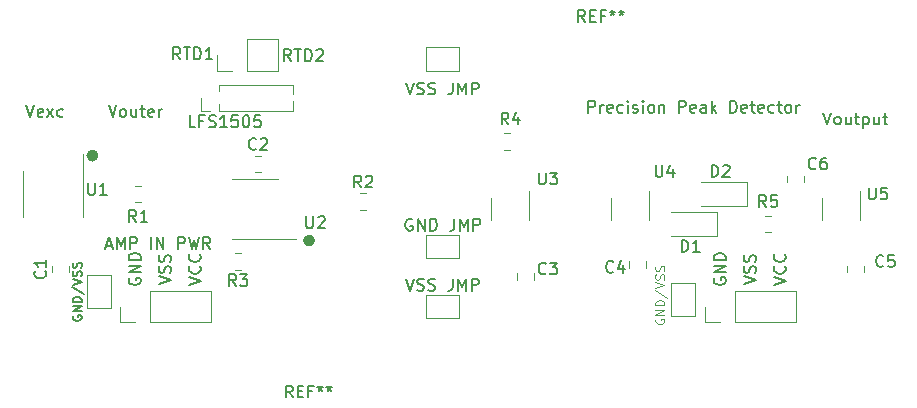
<source format=gbr>
G04 #@! TF.GenerationSoftware,KiCad,Pcbnew,(5.1.5)-3*
G04 #@! TF.CreationDate,2020-05-18T11:13:30-07:00*
G04 #@! TF.ProjectId,Conductivity_Sensor,436f6e64-7563-4746-9976-6974795f5365,rev?*
G04 #@! TF.SameCoordinates,Original*
G04 #@! TF.FileFunction,Legend,Top*
G04 #@! TF.FilePolarity,Positive*
%FSLAX46Y46*%
G04 Gerber Fmt 4.6, Leading zero omitted, Abs format (unit mm)*
G04 Created by KiCad (PCBNEW (5.1.5)-3) date 2020-05-18 11:13:30*
%MOMM*%
%LPD*%
G04 APERTURE LIST*
%ADD10C,0.152400*%
%ADD11C,0.508000*%
%ADD12C,0.203200*%
%ADD13C,0.120000*%
%ADD14C,0.150000*%
%ADD15C,0.127000*%
%ADD16C,0.101600*%
G04 APERTURE END LIST*
D10*
X126189619Y-53520219D02*
X125850952Y-53036409D01*
X125609047Y-53520219D02*
X125609047Y-52504219D01*
X125996095Y-52504219D01*
X126092857Y-52552600D01*
X126141238Y-52600980D01*
X126189619Y-52697742D01*
X126189619Y-52842885D01*
X126141238Y-52939647D01*
X126092857Y-52988028D01*
X125996095Y-53036409D01*
X125609047Y-53036409D01*
X126479904Y-52504219D02*
X127060476Y-52504219D01*
X126770190Y-53520219D02*
X126770190Y-52504219D01*
X127399142Y-53520219D02*
X127399142Y-52504219D01*
X127641047Y-52504219D01*
X127786190Y-52552600D01*
X127882952Y-52649361D01*
X127931333Y-52746123D01*
X127979714Y-52939647D01*
X127979714Y-53084790D01*
X127931333Y-53278314D01*
X127882952Y-53375076D01*
X127786190Y-53471838D01*
X127641047Y-53520219D01*
X127399142Y-53520219D01*
X128366761Y-52600980D02*
X128415142Y-52552600D01*
X128511904Y-52504219D01*
X128753809Y-52504219D01*
X128850571Y-52552600D01*
X128898952Y-52600980D01*
X128947333Y-52697742D01*
X128947333Y-52794504D01*
X128898952Y-52939647D01*
X128318380Y-53520219D01*
X128947333Y-53520219D01*
D11*
X127990600Y-68707000D02*
G75*
G03X127990600Y-68707000I-254000J0D01*
G01*
X109651800Y-61518800D02*
G75*
G03X109651800Y-61518800I-254000J0D01*
G01*
D12*
X167092380Y-72453333D02*
X168092380Y-72120000D01*
X167092380Y-71786666D01*
X167997142Y-70881904D02*
X168044761Y-70929523D01*
X168092380Y-71072380D01*
X168092380Y-71167619D01*
X168044761Y-71310476D01*
X167949523Y-71405714D01*
X167854285Y-71453333D01*
X167663809Y-71500952D01*
X167520952Y-71500952D01*
X167330476Y-71453333D01*
X167235238Y-71405714D01*
X167140000Y-71310476D01*
X167092380Y-71167619D01*
X167092380Y-71072380D01*
X167140000Y-70929523D01*
X167187619Y-70881904D01*
X167997142Y-69881904D02*
X168044761Y-69929523D01*
X168092380Y-70072380D01*
X168092380Y-70167619D01*
X168044761Y-70310476D01*
X167949523Y-70405714D01*
X167854285Y-70453333D01*
X167663809Y-70500952D01*
X167520952Y-70500952D01*
X167330476Y-70453333D01*
X167235238Y-70405714D01*
X167140000Y-70310476D01*
X167092380Y-70167619D01*
X167092380Y-70072380D01*
X167140000Y-69929523D01*
X167187619Y-69881904D01*
X164552380Y-72405714D02*
X165552380Y-72072380D01*
X164552380Y-71739047D01*
X165504761Y-71453333D02*
X165552380Y-71310476D01*
X165552380Y-71072380D01*
X165504761Y-70977142D01*
X165457142Y-70929523D01*
X165361904Y-70881904D01*
X165266666Y-70881904D01*
X165171428Y-70929523D01*
X165123809Y-70977142D01*
X165076190Y-71072380D01*
X165028571Y-71262857D01*
X164980952Y-71358095D01*
X164933333Y-71405714D01*
X164838095Y-71453333D01*
X164742857Y-71453333D01*
X164647619Y-71405714D01*
X164600000Y-71358095D01*
X164552380Y-71262857D01*
X164552380Y-71024761D01*
X164600000Y-70881904D01*
X165504761Y-70500952D02*
X165552380Y-70358095D01*
X165552380Y-70120000D01*
X165504761Y-70024761D01*
X165457142Y-69977142D01*
X165361904Y-69929523D01*
X165266666Y-69929523D01*
X165171428Y-69977142D01*
X165123809Y-70024761D01*
X165076190Y-70120000D01*
X165028571Y-70310476D01*
X164980952Y-70405714D01*
X164933333Y-70453333D01*
X164838095Y-70500952D01*
X164742857Y-70500952D01*
X164647619Y-70453333D01*
X164600000Y-70405714D01*
X164552380Y-70310476D01*
X164552380Y-70072380D01*
X164600000Y-69929523D01*
X162060000Y-71881904D02*
X162012380Y-71977142D01*
X162012380Y-72120000D01*
X162060000Y-72262857D01*
X162155238Y-72358095D01*
X162250476Y-72405714D01*
X162440952Y-72453333D01*
X162583809Y-72453333D01*
X162774285Y-72405714D01*
X162869523Y-72358095D01*
X162964761Y-72262857D01*
X163012380Y-72120000D01*
X163012380Y-72024761D01*
X162964761Y-71881904D01*
X162917142Y-71834285D01*
X162583809Y-71834285D01*
X162583809Y-72024761D01*
X163012380Y-71405714D02*
X162012380Y-71405714D01*
X163012380Y-70834285D01*
X162012380Y-70834285D01*
X163012380Y-70358095D02*
X162012380Y-70358095D01*
X162012380Y-70120000D01*
X162060000Y-69977142D01*
X162155238Y-69881904D01*
X162250476Y-69834285D01*
X162440952Y-69786666D01*
X162583809Y-69786666D01*
X162774285Y-69834285D01*
X162869523Y-69881904D01*
X162964761Y-69977142D01*
X163012380Y-70120000D01*
X163012380Y-70358095D01*
X117562380Y-72453333D02*
X118562380Y-72120000D01*
X117562380Y-71786666D01*
X118467142Y-70881904D02*
X118514761Y-70929523D01*
X118562380Y-71072380D01*
X118562380Y-71167619D01*
X118514761Y-71310476D01*
X118419523Y-71405714D01*
X118324285Y-71453333D01*
X118133809Y-71500952D01*
X117990952Y-71500952D01*
X117800476Y-71453333D01*
X117705238Y-71405714D01*
X117610000Y-71310476D01*
X117562380Y-71167619D01*
X117562380Y-71072380D01*
X117610000Y-70929523D01*
X117657619Y-70881904D01*
X118467142Y-69881904D02*
X118514761Y-69929523D01*
X118562380Y-70072380D01*
X118562380Y-70167619D01*
X118514761Y-70310476D01*
X118419523Y-70405714D01*
X118324285Y-70453333D01*
X118133809Y-70500952D01*
X117990952Y-70500952D01*
X117800476Y-70453333D01*
X117705238Y-70405714D01*
X117610000Y-70310476D01*
X117562380Y-70167619D01*
X117562380Y-70072380D01*
X117610000Y-69929523D01*
X117657619Y-69881904D01*
X115022380Y-72405714D02*
X116022380Y-72072380D01*
X115022380Y-71739047D01*
X115974761Y-71453333D02*
X116022380Y-71310476D01*
X116022380Y-71072380D01*
X115974761Y-70977142D01*
X115927142Y-70929523D01*
X115831904Y-70881904D01*
X115736666Y-70881904D01*
X115641428Y-70929523D01*
X115593809Y-70977142D01*
X115546190Y-71072380D01*
X115498571Y-71262857D01*
X115450952Y-71358095D01*
X115403333Y-71405714D01*
X115308095Y-71453333D01*
X115212857Y-71453333D01*
X115117619Y-71405714D01*
X115070000Y-71358095D01*
X115022380Y-71262857D01*
X115022380Y-71024761D01*
X115070000Y-70881904D01*
X115974761Y-70500952D02*
X116022380Y-70358095D01*
X116022380Y-70120000D01*
X115974761Y-70024761D01*
X115927142Y-69977142D01*
X115831904Y-69929523D01*
X115736666Y-69929523D01*
X115641428Y-69977142D01*
X115593809Y-70024761D01*
X115546190Y-70120000D01*
X115498571Y-70310476D01*
X115450952Y-70405714D01*
X115403333Y-70453333D01*
X115308095Y-70500952D01*
X115212857Y-70500952D01*
X115117619Y-70453333D01*
X115070000Y-70405714D01*
X115022380Y-70310476D01*
X115022380Y-70072380D01*
X115070000Y-69929523D01*
X112522000Y-71894095D02*
X112473619Y-71990857D01*
X112473619Y-72136000D01*
X112522000Y-72281142D01*
X112618761Y-72377904D01*
X112715523Y-72426285D01*
X112909047Y-72474666D01*
X113054190Y-72474666D01*
X113247714Y-72426285D01*
X113344476Y-72377904D01*
X113441238Y-72281142D01*
X113489619Y-72136000D01*
X113489619Y-72039238D01*
X113441238Y-71894095D01*
X113392857Y-71845714D01*
X113054190Y-71845714D01*
X113054190Y-72039238D01*
X113489619Y-71410285D02*
X112473619Y-71410285D01*
X113489619Y-70829714D01*
X112473619Y-70829714D01*
X113489619Y-70345904D02*
X112473619Y-70345904D01*
X112473619Y-70104000D01*
X112522000Y-69958857D01*
X112618761Y-69862095D01*
X112715523Y-69813714D01*
X112909047Y-69765333D01*
X113054190Y-69765333D01*
X113247714Y-69813714D01*
X113344476Y-69862095D01*
X113441238Y-69958857D01*
X113489619Y-70104000D01*
X113489619Y-70345904D01*
D13*
X119929600Y-54339800D02*
X119929600Y-53009800D01*
X121259600Y-54339800D02*
X119929600Y-54339800D01*
X122529600Y-54339800D02*
X122529600Y-51679800D01*
X122529600Y-51679800D02*
X125129600Y-51679800D01*
X122529600Y-54339800D02*
X125129600Y-54339800D01*
X125129600Y-54339800D02*
X125129600Y-51679800D01*
X108931200Y-74440000D02*
X108931200Y-71640000D01*
X108931200Y-71640000D02*
X110931200Y-71640000D01*
X110931200Y-71640000D02*
X110931200Y-74440000D01*
X110931200Y-74440000D02*
X108931200Y-74440000D01*
X158385000Y-75060000D02*
X158385000Y-72260000D01*
X158385000Y-72260000D02*
X160385000Y-72260000D01*
X160385000Y-72260000D02*
X160385000Y-75060000D01*
X160385000Y-75060000D02*
X158385000Y-75060000D01*
X137665000Y-68215000D02*
X140465000Y-68215000D01*
X140465000Y-68215000D02*
X140465000Y-70215000D01*
X140465000Y-70215000D02*
X137665000Y-70215000D01*
X137665000Y-70215000D02*
X137665000Y-68215000D01*
X137650000Y-52340000D02*
X140450000Y-52340000D01*
X140450000Y-52340000D02*
X140450000Y-54340000D01*
X140450000Y-54340000D02*
X137650000Y-54340000D01*
X137650000Y-54340000D02*
X137650000Y-52340000D01*
X137665000Y-73295000D02*
X140465000Y-73295000D01*
X140465000Y-73295000D02*
X140465000Y-75295000D01*
X140465000Y-75295000D02*
X137665000Y-75295000D01*
X137665000Y-75295000D02*
X137665000Y-73295000D01*
X119440000Y-75625000D02*
X119440000Y-72965000D01*
X114300000Y-75625000D02*
X119440000Y-75625000D01*
X114300000Y-72965000D02*
X119440000Y-72965000D01*
X114300000Y-75625000D02*
X114300000Y-72965000D01*
X113030000Y-75625000D02*
X111700000Y-75625000D01*
X111700000Y-75625000D02*
X111700000Y-74295000D01*
X161230000Y-75625000D02*
X161230000Y-74295000D01*
X162560000Y-75625000D02*
X161230000Y-75625000D01*
X163830000Y-75625000D02*
X163830000Y-72965000D01*
X163830000Y-72965000D02*
X168970000Y-72965000D01*
X163830000Y-75625000D02*
X168970000Y-75625000D01*
X168970000Y-75625000D02*
X168970000Y-72965000D01*
X162270000Y-68310000D02*
X158370000Y-68310000D01*
X162270000Y-66310000D02*
X158370000Y-66310000D01*
X162270000Y-68310000D02*
X162270000Y-66310000D01*
X126399600Y-57726600D02*
X126399600Y-56924130D01*
X126399600Y-56309070D02*
X126399600Y-55506600D01*
X120114600Y-57726600D02*
X126399600Y-57726600D01*
X120114600Y-55506600D02*
X126399600Y-55506600D01*
X120114600Y-57726600D02*
X120114600Y-57180071D01*
X120114600Y-56053129D02*
X120114600Y-55506600D01*
X119354600Y-57726600D02*
X118594600Y-57726600D01*
X118594600Y-57726600D02*
X118594600Y-56616600D01*
X107390000Y-71381252D02*
X107390000Y-70858748D01*
X105970000Y-71381252D02*
X105970000Y-70858748D01*
X123173748Y-61520000D02*
X123696252Y-61520000D01*
X123173748Y-62940000D02*
X123696252Y-62940000D01*
X145340000Y-72016252D02*
X145340000Y-71493748D01*
X146760000Y-72016252D02*
X146760000Y-71493748D01*
X154865000Y-70468748D02*
X154865000Y-70991252D01*
X156285000Y-70468748D02*
X156285000Y-70991252D01*
X173280000Y-71381252D02*
X173280000Y-70858748D01*
X174700000Y-71381252D02*
X174700000Y-70858748D01*
X169620000Y-63761252D02*
X169620000Y-63238748D01*
X168200000Y-63761252D02*
X168200000Y-63238748D01*
X164810000Y-65770000D02*
X164810000Y-63770000D01*
X164810000Y-63770000D02*
X160910000Y-63770000D01*
X164810000Y-65770000D02*
X160910000Y-65770000D01*
X113013748Y-65480000D02*
X113536252Y-65480000D01*
X113013748Y-64060000D02*
X113536252Y-64060000D01*
X132063748Y-64695000D02*
X132586252Y-64695000D01*
X132063748Y-66115000D02*
X132586252Y-66115000D01*
X121994452Y-71169600D02*
X121471948Y-71169600D01*
X121994452Y-69749600D02*
X121471948Y-69749600D01*
X144796252Y-59615000D02*
X144273748Y-59615000D01*
X144796252Y-61035000D02*
X144273748Y-61035000D01*
X166876252Y-68020000D02*
X166353748Y-68020000D01*
X166876252Y-66600000D02*
X166353748Y-66600000D01*
X103485000Y-64805000D02*
X103485000Y-66755000D01*
X103485000Y-64805000D02*
X103485000Y-62855000D01*
X108605000Y-64805000D02*
X108605000Y-66755000D01*
X108605000Y-64805000D02*
X108605000Y-61355000D01*
X123190000Y-68600000D02*
X126640000Y-68600000D01*
X123190000Y-68600000D02*
X121240000Y-68600000D01*
X123190000Y-63480000D02*
X125140000Y-63480000D01*
X123190000Y-63480000D02*
X121240000Y-63480000D01*
X143170000Y-65140000D02*
X143170000Y-66940000D01*
X146390000Y-66940000D02*
X146390000Y-64490000D01*
X156550000Y-66940000D02*
X156550000Y-64490000D01*
X153330000Y-65140000D02*
X153330000Y-66940000D01*
X171190000Y-65140000D02*
X171190000Y-66940000D01*
X174410000Y-66940000D02*
X174410000Y-64490000D01*
D14*
X151092066Y-50201980D02*
X150758733Y-49725790D01*
X150520638Y-50201980D02*
X150520638Y-49201980D01*
X150901590Y-49201980D01*
X150996828Y-49249600D01*
X151044447Y-49297219D01*
X151092066Y-49392457D01*
X151092066Y-49535314D01*
X151044447Y-49630552D01*
X150996828Y-49678171D01*
X150901590Y-49725790D01*
X150520638Y-49725790D01*
X151520638Y-49678171D02*
X151853971Y-49678171D01*
X151996828Y-50201980D02*
X151520638Y-50201980D01*
X151520638Y-49201980D01*
X151996828Y-49201980D01*
X152758733Y-49678171D02*
X152425400Y-49678171D01*
X152425400Y-50201980D02*
X152425400Y-49201980D01*
X152901590Y-49201980D01*
X153425400Y-49201980D02*
X153425400Y-49440076D01*
X153187304Y-49344838D02*
X153425400Y-49440076D01*
X153663495Y-49344838D01*
X153282542Y-49630552D02*
X153425400Y-49440076D01*
X153568257Y-49630552D01*
X154187304Y-49201980D02*
X154187304Y-49440076D01*
X153949209Y-49344838D02*
X154187304Y-49440076D01*
X154425400Y-49344838D01*
X154044447Y-49630552D02*
X154187304Y-49440076D01*
X154330161Y-49630552D01*
X126352466Y-81986380D02*
X126019133Y-81510190D01*
X125781038Y-81986380D02*
X125781038Y-80986380D01*
X126161990Y-80986380D01*
X126257228Y-81034000D01*
X126304847Y-81081619D01*
X126352466Y-81176857D01*
X126352466Y-81319714D01*
X126304847Y-81414952D01*
X126257228Y-81462571D01*
X126161990Y-81510190D01*
X125781038Y-81510190D01*
X126781038Y-81462571D02*
X127114371Y-81462571D01*
X127257228Y-81986380D02*
X126781038Y-81986380D01*
X126781038Y-80986380D01*
X127257228Y-80986380D01*
X128019133Y-81462571D02*
X127685800Y-81462571D01*
X127685800Y-81986380D02*
X127685800Y-80986380D01*
X128161990Y-80986380D01*
X128685800Y-80986380D02*
X128685800Y-81224476D01*
X128447704Y-81129238D02*
X128685800Y-81224476D01*
X128923895Y-81129238D01*
X128542942Y-81414952D02*
X128685800Y-81224476D01*
X128828657Y-81414952D01*
X129447704Y-80986380D02*
X129447704Y-81224476D01*
X129209609Y-81129238D02*
X129447704Y-81224476D01*
X129685800Y-81129238D01*
X129304847Y-81414952D02*
X129447704Y-81224476D01*
X129590561Y-81414952D01*
X116833780Y-53360580D02*
X116500447Y-52884390D01*
X116262352Y-53360580D02*
X116262352Y-52360580D01*
X116643304Y-52360580D01*
X116738542Y-52408200D01*
X116786161Y-52455819D01*
X116833780Y-52551057D01*
X116833780Y-52693914D01*
X116786161Y-52789152D01*
X116738542Y-52836771D01*
X116643304Y-52884390D01*
X116262352Y-52884390D01*
X117119495Y-52360580D02*
X117690923Y-52360580D01*
X117405209Y-53360580D02*
X117405209Y-52360580D01*
X118024257Y-53360580D02*
X118024257Y-52360580D01*
X118262352Y-52360580D01*
X118405209Y-52408200D01*
X118500447Y-52503438D01*
X118548066Y-52598676D01*
X118595685Y-52789152D01*
X118595685Y-52932009D01*
X118548066Y-53122485D01*
X118500447Y-53217723D01*
X118405209Y-53312961D01*
X118262352Y-53360580D01*
X118024257Y-53360580D01*
X119548066Y-53360580D02*
X118976638Y-53360580D01*
X119262352Y-53360580D02*
X119262352Y-52360580D01*
X119167114Y-52503438D01*
X119071876Y-52598676D01*
X118976638Y-52646295D01*
D15*
X107750200Y-75072000D02*
X107713914Y-75144571D01*
X107713914Y-75253428D01*
X107750200Y-75362285D01*
X107822771Y-75434857D01*
X107895342Y-75471142D01*
X108040485Y-75507428D01*
X108149342Y-75507428D01*
X108294485Y-75471142D01*
X108367057Y-75434857D01*
X108439628Y-75362285D01*
X108475914Y-75253428D01*
X108475914Y-75180857D01*
X108439628Y-75072000D01*
X108403342Y-75035714D01*
X108149342Y-75035714D01*
X108149342Y-75180857D01*
X108475914Y-74709142D02*
X107713914Y-74709142D01*
X108475914Y-74273714D01*
X107713914Y-74273714D01*
X108475914Y-73910857D02*
X107713914Y-73910857D01*
X107713914Y-73729428D01*
X107750200Y-73620571D01*
X107822771Y-73548000D01*
X107895342Y-73511714D01*
X108040485Y-73475428D01*
X108149342Y-73475428D01*
X108294485Y-73511714D01*
X108367057Y-73548000D01*
X108439628Y-73620571D01*
X108475914Y-73729428D01*
X108475914Y-73910857D01*
X107677628Y-72604571D02*
X108657342Y-73257714D01*
X107713914Y-72459428D02*
X108475914Y-72205428D01*
X107713914Y-71951428D01*
X108439628Y-71733714D02*
X108475914Y-71624857D01*
X108475914Y-71443428D01*
X108439628Y-71370857D01*
X108403342Y-71334571D01*
X108330771Y-71298285D01*
X108258200Y-71298285D01*
X108185628Y-71334571D01*
X108149342Y-71370857D01*
X108113057Y-71443428D01*
X108076771Y-71588571D01*
X108040485Y-71661142D01*
X108004200Y-71697428D01*
X107931628Y-71733714D01*
X107859057Y-71733714D01*
X107786485Y-71697428D01*
X107750200Y-71661142D01*
X107713914Y-71588571D01*
X107713914Y-71407142D01*
X107750200Y-71298285D01*
X108439628Y-71008000D02*
X108475914Y-70899142D01*
X108475914Y-70717714D01*
X108439628Y-70645142D01*
X108403342Y-70608857D01*
X108330771Y-70572571D01*
X108258200Y-70572571D01*
X108185628Y-70608857D01*
X108149342Y-70645142D01*
X108113057Y-70717714D01*
X108076771Y-70862857D01*
X108040485Y-70935428D01*
X108004200Y-70971714D01*
X107931628Y-71008000D01*
X107859057Y-71008000D01*
X107786485Y-70971714D01*
X107750200Y-70935428D01*
X107713914Y-70862857D01*
X107713914Y-70681428D01*
X107750200Y-70572571D01*
D16*
X157099000Y-75347285D02*
X157062714Y-75419857D01*
X157062714Y-75528714D01*
X157099000Y-75637571D01*
X157171571Y-75710142D01*
X157244142Y-75746428D01*
X157389285Y-75782714D01*
X157498142Y-75782714D01*
X157643285Y-75746428D01*
X157715857Y-75710142D01*
X157788428Y-75637571D01*
X157824714Y-75528714D01*
X157824714Y-75456142D01*
X157788428Y-75347285D01*
X157752142Y-75311000D01*
X157498142Y-75311000D01*
X157498142Y-75456142D01*
X157824714Y-74984428D02*
X157062714Y-74984428D01*
X157824714Y-74549000D01*
X157062714Y-74549000D01*
X157824714Y-74186142D02*
X157062714Y-74186142D01*
X157062714Y-74004714D01*
X157099000Y-73895857D01*
X157171571Y-73823285D01*
X157244142Y-73787000D01*
X157389285Y-73750714D01*
X157498142Y-73750714D01*
X157643285Y-73787000D01*
X157715857Y-73823285D01*
X157788428Y-73895857D01*
X157824714Y-74004714D01*
X157824714Y-74186142D01*
X157026428Y-72879857D02*
X158006142Y-73533000D01*
X157062714Y-72734714D02*
X157824714Y-72480714D01*
X157062714Y-72226714D01*
X157788428Y-72009000D02*
X157824714Y-71900142D01*
X157824714Y-71718714D01*
X157788428Y-71646142D01*
X157752142Y-71609857D01*
X157679571Y-71573571D01*
X157607000Y-71573571D01*
X157534428Y-71609857D01*
X157498142Y-71646142D01*
X157461857Y-71718714D01*
X157425571Y-71863857D01*
X157389285Y-71936428D01*
X157353000Y-71972714D01*
X157280428Y-72009000D01*
X157207857Y-72009000D01*
X157135285Y-71972714D01*
X157099000Y-71936428D01*
X157062714Y-71863857D01*
X157062714Y-71682428D01*
X157099000Y-71573571D01*
X157788428Y-71283285D02*
X157824714Y-71174428D01*
X157824714Y-70993000D01*
X157788428Y-70920428D01*
X157752142Y-70884142D01*
X157679571Y-70847857D01*
X157607000Y-70847857D01*
X157534428Y-70884142D01*
X157498142Y-70920428D01*
X157461857Y-70993000D01*
X157425571Y-71138142D01*
X157389285Y-71210714D01*
X157353000Y-71247000D01*
X157280428Y-71283285D01*
X157207857Y-71283285D01*
X157135285Y-71247000D01*
X157099000Y-71210714D01*
X157062714Y-71138142D01*
X157062714Y-70956714D01*
X157099000Y-70847857D01*
D14*
X136469761Y-66915000D02*
X136374523Y-66867380D01*
X136231666Y-66867380D01*
X136088809Y-66915000D01*
X135993571Y-67010238D01*
X135945952Y-67105476D01*
X135898333Y-67295952D01*
X135898333Y-67438809D01*
X135945952Y-67629285D01*
X135993571Y-67724523D01*
X136088809Y-67819761D01*
X136231666Y-67867380D01*
X136326904Y-67867380D01*
X136469761Y-67819761D01*
X136517380Y-67772142D01*
X136517380Y-67438809D01*
X136326904Y-67438809D01*
X136945952Y-67867380D02*
X136945952Y-66867380D01*
X137517380Y-67867380D01*
X137517380Y-66867380D01*
X137993571Y-67867380D02*
X137993571Y-66867380D01*
X138231666Y-66867380D01*
X138374523Y-66915000D01*
X138469761Y-67010238D01*
X138517380Y-67105476D01*
X138565000Y-67295952D01*
X138565000Y-67438809D01*
X138517380Y-67629285D01*
X138469761Y-67724523D01*
X138374523Y-67819761D01*
X138231666Y-67867380D01*
X137993571Y-67867380D01*
X140041190Y-66867380D02*
X140041190Y-67581666D01*
X139993571Y-67724523D01*
X139898333Y-67819761D01*
X139755476Y-67867380D01*
X139660238Y-67867380D01*
X140517380Y-67867380D02*
X140517380Y-66867380D01*
X140850714Y-67581666D01*
X141184047Y-66867380D01*
X141184047Y-67867380D01*
X141660238Y-67867380D02*
X141660238Y-66867380D01*
X142041190Y-66867380D01*
X142136428Y-66915000D01*
X142184047Y-66962619D01*
X142231666Y-67057857D01*
X142231666Y-67200714D01*
X142184047Y-67295952D01*
X142136428Y-67343571D01*
X142041190Y-67391190D01*
X141660238Y-67391190D01*
X135945952Y-55332380D02*
X136279285Y-56332380D01*
X136612619Y-55332380D01*
X136898333Y-56284761D02*
X137041190Y-56332380D01*
X137279285Y-56332380D01*
X137374523Y-56284761D01*
X137422142Y-56237142D01*
X137469761Y-56141904D01*
X137469761Y-56046666D01*
X137422142Y-55951428D01*
X137374523Y-55903809D01*
X137279285Y-55856190D01*
X137088809Y-55808571D01*
X136993571Y-55760952D01*
X136945952Y-55713333D01*
X136898333Y-55618095D01*
X136898333Y-55522857D01*
X136945952Y-55427619D01*
X136993571Y-55380000D01*
X137088809Y-55332380D01*
X137326904Y-55332380D01*
X137469761Y-55380000D01*
X137850714Y-56284761D02*
X137993571Y-56332380D01*
X138231666Y-56332380D01*
X138326904Y-56284761D01*
X138374523Y-56237142D01*
X138422142Y-56141904D01*
X138422142Y-56046666D01*
X138374523Y-55951428D01*
X138326904Y-55903809D01*
X138231666Y-55856190D01*
X138041190Y-55808571D01*
X137945952Y-55760952D01*
X137898333Y-55713333D01*
X137850714Y-55618095D01*
X137850714Y-55522857D01*
X137898333Y-55427619D01*
X137945952Y-55380000D01*
X138041190Y-55332380D01*
X138279285Y-55332380D01*
X138422142Y-55380000D01*
X139898333Y-55332380D02*
X139898333Y-56046666D01*
X139850714Y-56189523D01*
X139755476Y-56284761D01*
X139612619Y-56332380D01*
X139517380Y-56332380D01*
X140374523Y-56332380D02*
X140374523Y-55332380D01*
X140707857Y-56046666D01*
X141041190Y-55332380D01*
X141041190Y-56332380D01*
X141517380Y-56332380D02*
X141517380Y-55332380D01*
X141898333Y-55332380D01*
X141993571Y-55380000D01*
X142041190Y-55427619D01*
X142088809Y-55522857D01*
X142088809Y-55665714D01*
X142041190Y-55760952D01*
X141993571Y-55808571D01*
X141898333Y-55856190D01*
X141517380Y-55856190D01*
X135945952Y-71947380D02*
X136279285Y-72947380D01*
X136612619Y-71947380D01*
X136898333Y-72899761D02*
X137041190Y-72947380D01*
X137279285Y-72947380D01*
X137374523Y-72899761D01*
X137422142Y-72852142D01*
X137469761Y-72756904D01*
X137469761Y-72661666D01*
X137422142Y-72566428D01*
X137374523Y-72518809D01*
X137279285Y-72471190D01*
X137088809Y-72423571D01*
X136993571Y-72375952D01*
X136945952Y-72328333D01*
X136898333Y-72233095D01*
X136898333Y-72137857D01*
X136945952Y-72042619D01*
X136993571Y-71995000D01*
X137088809Y-71947380D01*
X137326904Y-71947380D01*
X137469761Y-71995000D01*
X137850714Y-72899761D02*
X137993571Y-72947380D01*
X138231666Y-72947380D01*
X138326904Y-72899761D01*
X138374523Y-72852142D01*
X138422142Y-72756904D01*
X138422142Y-72661666D01*
X138374523Y-72566428D01*
X138326904Y-72518809D01*
X138231666Y-72471190D01*
X138041190Y-72423571D01*
X137945952Y-72375952D01*
X137898333Y-72328333D01*
X137850714Y-72233095D01*
X137850714Y-72137857D01*
X137898333Y-72042619D01*
X137945952Y-71995000D01*
X138041190Y-71947380D01*
X138279285Y-71947380D01*
X138422142Y-71995000D01*
X139898333Y-71947380D02*
X139898333Y-72661666D01*
X139850714Y-72804523D01*
X139755476Y-72899761D01*
X139612619Y-72947380D01*
X139517380Y-72947380D01*
X140374523Y-72947380D02*
X140374523Y-71947380D01*
X140707857Y-72661666D01*
X141041190Y-71947380D01*
X141041190Y-72947380D01*
X141517380Y-72947380D02*
X141517380Y-71947380D01*
X141898333Y-71947380D01*
X141993571Y-71995000D01*
X142041190Y-72042619D01*
X142088809Y-72137857D01*
X142088809Y-72280714D01*
X142041190Y-72375952D01*
X141993571Y-72423571D01*
X141898333Y-72471190D01*
X141517380Y-72471190D01*
X110555638Y-69127666D02*
X111031828Y-69127666D01*
X110460400Y-69413380D02*
X110793733Y-68413380D01*
X111127066Y-69413380D01*
X111460400Y-69413380D02*
X111460400Y-68413380D01*
X111793733Y-69127666D01*
X112127066Y-68413380D01*
X112127066Y-69413380D01*
X112603257Y-69413380D02*
X112603257Y-68413380D01*
X112984209Y-68413380D01*
X113079447Y-68461000D01*
X113127066Y-68508619D01*
X113174685Y-68603857D01*
X113174685Y-68746714D01*
X113127066Y-68841952D01*
X113079447Y-68889571D01*
X112984209Y-68937190D01*
X112603257Y-68937190D01*
X114365161Y-69413380D02*
X114365161Y-68413380D01*
X114841352Y-69413380D02*
X114841352Y-68413380D01*
X115412780Y-69413380D01*
X115412780Y-68413380D01*
X116650876Y-69413380D02*
X116650876Y-68413380D01*
X117031828Y-68413380D01*
X117127066Y-68461000D01*
X117174685Y-68508619D01*
X117222304Y-68603857D01*
X117222304Y-68746714D01*
X117174685Y-68841952D01*
X117127066Y-68889571D01*
X117031828Y-68937190D01*
X116650876Y-68937190D01*
X117555638Y-68413380D02*
X117793733Y-69413380D01*
X117984209Y-68699095D01*
X118174685Y-69413380D01*
X118412780Y-68413380D01*
X119365161Y-69413380D02*
X119031828Y-68937190D01*
X118793733Y-69413380D02*
X118793733Y-68413380D01*
X119174685Y-68413380D01*
X119269923Y-68461000D01*
X119317542Y-68508619D01*
X119365161Y-68603857D01*
X119365161Y-68746714D01*
X119317542Y-68841952D01*
X119269923Y-68889571D01*
X119174685Y-68937190D01*
X118793733Y-68937190D01*
X151393047Y-57881780D02*
X151393047Y-56881780D01*
X151774000Y-56881780D01*
X151869238Y-56929400D01*
X151916857Y-56977019D01*
X151964476Y-57072257D01*
X151964476Y-57215114D01*
X151916857Y-57310352D01*
X151869238Y-57357971D01*
X151774000Y-57405590D01*
X151393047Y-57405590D01*
X152393047Y-57881780D02*
X152393047Y-57215114D01*
X152393047Y-57405590D02*
X152440666Y-57310352D01*
X152488285Y-57262733D01*
X152583523Y-57215114D01*
X152678761Y-57215114D01*
X153393047Y-57834161D02*
X153297809Y-57881780D01*
X153107333Y-57881780D01*
X153012095Y-57834161D01*
X152964476Y-57738923D01*
X152964476Y-57357971D01*
X153012095Y-57262733D01*
X153107333Y-57215114D01*
X153297809Y-57215114D01*
X153393047Y-57262733D01*
X153440666Y-57357971D01*
X153440666Y-57453209D01*
X152964476Y-57548447D01*
X154297809Y-57834161D02*
X154202571Y-57881780D01*
X154012095Y-57881780D01*
X153916857Y-57834161D01*
X153869238Y-57786542D01*
X153821619Y-57691304D01*
X153821619Y-57405590D01*
X153869238Y-57310352D01*
X153916857Y-57262733D01*
X154012095Y-57215114D01*
X154202571Y-57215114D01*
X154297809Y-57262733D01*
X154726380Y-57881780D02*
X154726380Y-57215114D01*
X154726380Y-56881780D02*
X154678761Y-56929400D01*
X154726380Y-56977019D01*
X154774000Y-56929400D01*
X154726380Y-56881780D01*
X154726380Y-56977019D01*
X155154952Y-57834161D02*
X155250190Y-57881780D01*
X155440666Y-57881780D01*
X155535904Y-57834161D01*
X155583523Y-57738923D01*
X155583523Y-57691304D01*
X155535904Y-57596066D01*
X155440666Y-57548447D01*
X155297809Y-57548447D01*
X155202571Y-57500828D01*
X155154952Y-57405590D01*
X155154952Y-57357971D01*
X155202571Y-57262733D01*
X155297809Y-57215114D01*
X155440666Y-57215114D01*
X155535904Y-57262733D01*
X156012095Y-57881780D02*
X156012095Y-57215114D01*
X156012095Y-56881780D02*
X155964476Y-56929400D01*
X156012095Y-56977019D01*
X156059714Y-56929400D01*
X156012095Y-56881780D01*
X156012095Y-56977019D01*
X156631142Y-57881780D02*
X156535904Y-57834161D01*
X156488285Y-57786542D01*
X156440666Y-57691304D01*
X156440666Y-57405590D01*
X156488285Y-57310352D01*
X156535904Y-57262733D01*
X156631142Y-57215114D01*
X156774000Y-57215114D01*
X156869238Y-57262733D01*
X156916857Y-57310352D01*
X156964476Y-57405590D01*
X156964476Y-57691304D01*
X156916857Y-57786542D01*
X156869238Y-57834161D01*
X156774000Y-57881780D01*
X156631142Y-57881780D01*
X157393047Y-57215114D02*
X157393047Y-57881780D01*
X157393047Y-57310352D02*
X157440666Y-57262733D01*
X157535904Y-57215114D01*
X157678761Y-57215114D01*
X157774000Y-57262733D01*
X157821619Y-57357971D01*
X157821619Y-57881780D01*
X159059714Y-57881780D02*
X159059714Y-56881780D01*
X159440666Y-56881780D01*
X159535904Y-56929400D01*
X159583523Y-56977019D01*
X159631142Y-57072257D01*
X159631142Y-57215114D01*
X159583523Y-57310352D01*
X159535904Y-57357971D01*
X159440666Y-57405590D01*
X159059714Y-57405590D01*
X160440666Y-57834161D02*
X160345428Y-57881780D01*
X160154952Y-57881780D01*
X160059714Y-57834161D01*
X160012095Y-57738923D01*
X160012095Y-57357971D01*
X160059714Y-57262733D01*
X160154952Y-57215114D01*
X160345428Y-57215114D01*
X160440666Y-57262733D01*
X160488285Y-57357971D01*
X160488285Y-57453209D01*
X160012095Y-57548447D01*
X161345428Y-57881780D02*
X161345428Y-57357971D01*
X161297809Y-57262733D01*
X161202571Y-57215114D01*
X161012095Y-57215114D01*
X160916857Y-57262733D01*
X161345428Y-57834161D02*
X161250190Y-57881780D01*
X161012095Y-57881780D01*
X160916857Y-57834161D01*
X160869238Y-57738923D01*
X160869238Y-57643685D01*
X160916857Y-57548447D01*
X161012095Y-57500828D01*
X161250190Y-57500828D01*
X161345428Y-57453209D01*
X161821619Y-57881780D02*
X161821619Y-56881780D01*
X161916857Y-57500828D02*
X162202571Y-57881780D01*
X162202571Y-57215114D02*
X161821619Y-57596066D01*
X163393047Y-57881780D02*
X163393047Y-56881780D01*
X163631142Y-56881780D01*
X163774000Y-56929400D01*
X163869238Y-57024638D01*
X163916857Y-57119876D01*
X163964476Y-57310352D01*
X163964476Y-57453209D01*
X163916857Y-57643685D01*
X163869238Y-57738923D01*
X163774000Y-57834161D01*
X163631142Y-57881780D01*
X163393047Y-57881780D01*
X164774000Y-57834161D02*
X164678761Y-57881780D01*
X164488285Y-57881780D01*
X164393047Y-57834161D01*
X164345428Y-57738923D01*
X164345428Y-57357971D01*
X164393047Y-57262733D01*
X164488285Y-57215114D01*
X164678761Y-57215114D01*
X164774000Y-57262733D01*
X164821619Y-57357971D01*
X164821619Y-57453209D01*
X164345428Y-57548447D01*
X165107333Y-57215114D02*
X165488285Y-57215114D01*
X165250190Y-56881780D02*
X165250190Y-57738923D01*
X165297809Y-57834161D01*
X165393047Y-57881780D01*
X165488285Y-57881780D01*
X166202571Y-57834161D02*
X166107333Y-57881780D01*
X165916857Y-57881780D01*
X165821619Y-57834161D01*
X165774000Y-57738923D01*
X165774000Y-57357971D01*
X165821619Y-57262733D01*
X165916857Y-57215114D01*
X166107333Y-57215114D01*
X166202571Y-57262733D01*
X166250190Y-57357971D01*
X166250190Y-57453209D01*
X165774000Y-57548447D01*
X167107333Y-57834161D02*
X167012095Y-57881780D01*
X166821619Y-57881780D01*
X166726380Y-57834161D01*
X166678761Y-57786542D01*
X166631142Y-57691304D01*
X166631142Y-57405590D01*
X166678761Y-57310352D01*
X166726380Y-57262733D01*
X166821619Y-57215114D01*
X167012095Y-57215114D01*
X167107333Y-57262733D01*
X167393047Y-57215114D02*
X167774000Y-57215114D01*
X167535904Y-56881780D02*
X167535904Y-57738923D01*
X167583523Y-57834161D01*
X167678761Y-57881780D01*
X167774000Y-57881780D01*
X168250190Y-57881780D02*
X168154952Y-57834161D01*
X168107333Y-57786542D01*
X168059714Y-57691304D01*
X168059714Y-57405590D01*
X168107333Y-57310352D01*
X168154952Y-57262733D01*
X168250190Y-57215114D01*
X168393047Y-57215114D01*
X168488285Y-57262733D01*
X168535904Y-57310352D01*
X168583523Y-57405590D01*
X168583523Y-57691304D01*
X168535904Y-57786542D01*
X168488285Y-57834161D01*
X168393047Y-57881780D01*
X168250190Y-57881780D01*
X169012095Y-57881780D02*
X169012095Y-57215114D01*
X169012095Y-57405590D02*
X169059714Y-57310352D01*
X169107333Y-57262733D01*
X169202571Y-57215114D01*
X169297809Y-57215114D01*
X159281904Y-69667380D02*
X159281904Y-68667380D01*
X159520000Y-68667380D01*
X159662857Y-68715000D01*
X159758095Y-68810238D01*
X159805714Y-68905476D01*
X159853333Y-69095952D01*
X159853333Y-69238809D01*
X159805714Y-69429285D01*
X159758095Y-69524523D01*
X159662857Y-69619761D01*
X159520000Y-69667380D01*
X159281904Y-69667380D01*
X160805714Y-69667380D02*
X160234285Y-69667380D01*
X160520000Y-69667380D02*
X160520000Y-68667380D01*
X160424761Y-68810238D01*
X160329523Y-68905476D01*
X160234285Y-68953095D01*
X118124600Y-59100980D02*
X117648409Y-59100980D01*
X117648409Y-58100980D01*
X118791266Y-58577171D02*
X118457933Y-58577171D01*
X118457933Y-59100980D02*
X118457933Y-58100980D01*
X118934123Y-58100980D01*
X119267457Y-59053361D02*
X119410314Y-59100980D01*
X119648409Y-59100980D01*
X119743647Y-59053361D01*
X119791266Y-59005742D01*
X119838885Y-58910504D01*
X119838885Y-58815266D01*
X119791266Y-58720028D01*
X119743647Y-58672409D01*
X119648409Y-58624790D01*
X119457933Y-58577171D01*
X119362695Y-58529552D01*
X119315076Y-58481933D01*
X119267457Y-58386695D01*
X119267457Y-58291457D01*
X119315076Y-58196219D01*
X119362695Y-58148600D01*
X119457933Y-58100980D01*
X119696028Y-58100980D01*
X119838885Y-58148600D01*
X120791266Y-59100980D02*
X120219838Y-59100980D01*
X120505552Y-59100980D02*
X120505552Y-58100980D01*
X120410314Y-58243838D01*
X120315076Y-58339076D01*
X120219838Y-58386695D01*
X121696028Y-58100980D02*
X121219838Y-58100980D01*
X121172219Y-58577171D01*
X121219838Y-58529552D01*
X121315076Y-58481933D01*
X121553171Y-58481933D01*
X121648409Y-58529552D01*
X121696028Y-58577171D01*
X121743647Y-58672409D01*
X121743647Y-58910504D01*
X121696028Y-59005742D01*
X121648409Y-59053361D01*
X121553171Y-59100980D01*
X121315076Y-59100980D01*
X121219838Y-59053361D01*
X121172219Y-59005742D01*
X122362695Y-58100980D02*
X122457933Y-58100980D01*
X122553171Y-58148600D01*
X122600790Y-58196219D01*
X122648409Y-58291457D01*
X122696028Y-58481933D01*
X122696028Y-58720028D01*
X122648409Y-58910504D01*
X122600790Y-59005742D01*
X122553171Y-59053361D01*
X122457933Y-59100980D01*
X122362695Y-59100980D01*
X122267457Y-59053361D01*
X122219838Y-59005742D01*
X122172219Y-58910504D01*
X122124600Y-58720028D01*
X122124600Y-58481933D01*
X122172219Y-58291457D01*
X122219838Y-58196219D01*
X122267457Y-58148600D01*
X122362695Y-58100980D01*
X123600790Y-58100980D02*
X123124600Y-58100980D01*
X123076980Y-58577171D01*
X123124600Y-58529552D01*
X123219838Y-58481933D01*
X123457933Y-58481933D01*
X123553171Y-58529552D01*
X123600790Y-58577171D01*
X123648409Y-58672409D01*
X123648409Y-58910504D01*
X123600790Y-59005742D01*
X123553171Y-59053361D01*
X123457933Y-59100980D01*
X123219838Y-59100980D01*
X123124600Y-59053361D01*
X123076980Y-59005742D01*
X105387142Y-71286666D02*
X105434761Y-71334285D01*
X105482380Y-71477142D01*
X105482380Y-71572380D01*
X105434761Y-71715238D01*
X105339523Y-71810476D01*
X105244285Y-71858095D01*
X105053809Y-71905714D01*
X104910952Y-71905714D01*
X104720476Y-71858095D01*
X104625238Y-71810476D01*
X104530000Y-71715238D01*
X104482380Y-71572380D01*
X104482380Y-71477142D01*
X104530000Y-71334285D01*
X104577619Y-71286666D01*
X105482380Y-70334285D02*
X105482380Y-70905714D01*
X105482380Y-70620000D02*
X104482380Y-70620000D01*
X104625238Y-70715238D01*
X104720476Y-70810476D01*
X104768095Y-70905714D01*
X123268333Y-60937142D02*
X123220714Y-60984761D01*
X123077857Y-61032380D01*
X122982619Y-61032380D01*
X122839761Y-60984761D01*
X122744523Y-60889523D01*
X122696904Y-60794285D01*
X122649285Y-60603809D01*
X122649285Y-60460952D01*
X122696904Y-60270476D01*
X122744523Y-60175238D01*
X122839761Y-60080000D01*
X122982619Y-60032380D01*
X123077857Y-60032380D01*
X123220714Y-60080000D01*
X123268333Y-60127619D01*
X123649285Y-60127619D02*
X123696904Y-60080000D01*
X123792142Y-60032380D01*
X124030238Y-60032380D01*
X124125476Y-60080000D01*
X124173095Y-60127619D01*
X124220714Y-60222857D01*
X124220714Y-60318095D01*
X124173095Y-60460952D01*
X123601666Y-61032380D01*
X124220714Y-61032380D01*
X147788333Y-71477142D02*
X147740714Y-71524761D01*
X147597857Y-71572380D01*
X147502619Y-71572380D01*
X147359761Y-71524761D01*
X147264523Y-71429523D01*
X147216904Y-71334285D01*
X147169285Y-71143809D01*
X147169285Y-71000952D01*
X147216904Y-70810476D01*
X147264523Y-70715238D01*
X147359761Y-70620000D01*
X147502619Y-70572380D01*
X147597857Y-70572380D01*
X147740714Y-70620000D01*
X147788333Y-70667619D01*
X148121666Y-70572380D02*
X148740714Y-70572380D01*
X148407380Y-70953333D01*
X148550238Y-70953333D01*
X148645476Y-71000952D01*
X148693095Y-71048571D01*
X148740714Y-71143809D01*
X148740714Y-71381904D01*
X148693095Y-71477142D01*
X148645476Y-71524761D01*
X148550238Y-71572380D01*
X148264523Y-71572380D01*
X148169285Y-71524761D01*
X148121666Y-71477142D01*
X153503333Y-71332142D02*
X153455714Y-71379761D01*
X153312857Y-71427380D01*
X153217619Y-71427380D01*
X153074761Y-71379761D01*
X152979523Y-71284523D01*
X152931904Y-71189285D01*
X152884285Y-70998809D01*
X152884285Y-70855952D01*
X152931904Y-70665476D01*
X152979523Y-70570238D01*
X153074761Y-70475000D01*
X153217619Y-70427380D01*
X153312857Y-70427380D01*
X153455714Y-70475000D01*
X153503333Y-70522619D01*
X154360476Y-70760714D02*
X154360476Y-71427380D01*
X154122380Y-70379761D02*
X153884285Y-71094047D01*
X154503333Y-71094047D01*
X176363333Y-70842142D02*
X176315714Y-70889761D01*
X176172857Y-70937380D01*
X176077619Y-70937380D01*
X175934761Y-70889761D01*
X175839523Y-70794523D01*
X175791904Y-70699285D01*
X175744285Y-70508809D01*
X175744285Y-70365952D01*
X175791904Y-70175476D01*
X175839523Y-70080238D01*
X175934761Y-69985000D01*
X176077619Y-69937380D01*
X176172857Y-69937380D01*
X176315714Y-69985000D01*
X176363333Y-70032619D01*
X177268095Y-69937380D02*
X176791904Y-69937380D01*
X176744285Y-70413571D01*
X176791904Y-70365952D01*
X176887142Y-70318333D01*
X177125238Y-70318333D01*
X177220476Y-70365952D01*
X177268095Y-70413571D01*
X177315714Y-70508809D01*
X177315714Y-70746904D01*
X177268095Y-70842142D01*
X177220476Y-70889761D01*
X177125238Y-70937380D01*
X176887142Y-70937380D01*
X176791904Y-70889761D01*
X176744285Y-70842142D01*
X170648333Y-62587142D02*
X170600714Y-62634761D01*
X170457857Y-62682380D01*
X170362619Y-62682380D01*
X170219761Y-62634761D01*
X170124523Y-62539523D01*
X170076904Y-62444285D01*
X170029285Y-62253809D01*
X170029285Y-62110952D01*
X170076904Y-61920476D01*
X170124523Y-61825238D01*
X170219761Y-61730000D01*
X170362619Y-61682380D01*
X170457857Y-61682380D01*
X170600714Y-61730000D01*
X170648333Y-61777619D01*
X171505476Y-61682380D02*
X171315000Y-61682380D01*
X171219761Y-61730000D01*
X171172142Y-61777619D01*
X171076904Y-61920476D01*
X171029285Y-62110952D01*
X171029285Y-62491904D01*
X171076904Y-62587142D01*
X171124523Y-62634761D01*
X171219761Y-62682380D01*
X171410238Y-62682380D01*
X171505476Y-62634761D01*
X171553095Y-62587142D01*
X171600714Y-62491904D01*
X171600714Y-62253809D01*
X171553095Y-62158571D01*
X171505476Y-62110952D01*
X171410238Y-62063333D01*
X171219761Y-62063333D01*
X171124523Y-62110952D01*
X171076904Y-62158571D01*
X171029285Y-62253809D01*
X161821904Y-63317380D02*
X161821904Y-62317380D01*
X162060000Y-62317380D01*
X162202857Y-62365000D01*
X162298095Y-62460238D01*
X162345714Y-62555476D01*
X162393333Y-62745952D01*
X162393333Y-62888809D01*
X162345714Y-63079285D01*
X162298095Y-63174523D01*
X162202857Y-63269761D01*
X162060000Y-63317380D01*
X161821904Y-63317380D01*
X162774285Y-62412619D02*
X162821904Y-62365000D01*
X162917142Y-62317380D01*
X163155238Y-62317380D01*
X163250476Y-62365000D01*
X163298095Y-62412619D01*
X163345714Y-62507857D01*
X163345714Y-62603095D01*
X163298095Y-62745952D01*
X162726666Y-63317380D01*
X163345714Y-63317380D01*
X113108333Y-67127380D02*
X112775000Y-66651190D01*
X112536904Y-67127380D02*
X112536904Y-66127380D01*
X112917857Y-66127380D01*
X113013095Y-66175000D01*
X113060714Y-66222619D01*
X113108333Y-66317857D01*
X113108333Y-66460714D01*
X113060714Y-66555952D01*
X113013095Y-66603571D01*
X112917857Y-66651190D01*
X112536904Y-66651190D01*
X114060714Y-67127380D02*
X113489285Y-67127380D01*
X113775000Y-67127380D02*
X113775000Y-66127380D01*
X113679761Y-66270238D01*
X113584523Y-66365476D01*
X113489285Y-66413095D01*
X132158333Y-64207380D02*
X131825000Y-63731190D01*
X131586904Y-64207380D02*
X131586904Y-63207380D01*
X131967857Y-63207380D01*
X132063095Y-63255000D01*
X132110714Y-63302619D01*
X132158333Y-63397857D01*
X132158333Y-63540714D01*
X132110714Y-63635952D01*
X132063095Y-63683571D01*
X131967857Y-63731190D01*
X131586904Y-63731190D01*
X132539285Y-63302619D02*
X132586904Y-63255000D01*
X132682142Y-63207380D01*
X132920238Y-63207380D01*
X133015476Y-63255000D01*
X133063095Y-63302619D01*
X133110714Y-63397857D01*
X133110714Y-63493095D01*
X133063095Y-63635952D01*
X132491666Y-64207380D01*
X133110714Y-64207380D01*
X121566533Y-72561980D02*
X121233200Y-72085790D01*
X120995104Y-72561980D02*
X120995104Y-71561980D01*
X121376057Y-71561980D01*
X121471295Y-71609600D01*
X121518914Y-71657219D01*
X121566533Y-71752457D01*
X121566533Y-71895314D01*
X121518914Y-71990552D01*
X121471295Y-72038171D01*
X121376057Y-72085790D01*
X120995104Y-72085790D01*
X121899866Y-71561980D02*
X122518914Y-71561980D01*
X122185580Y-71942933D01*
X122328438Y-71942933D01*
X122423676Y-71990552D01*
X122471295Y-72038171D01*
X122518914Y-72133409D01*
X122518914Y-72371504D01*
X122471295Y-72466742D01*
X122423676Y-72514361D01*
X122328438Y-72561980D01*
X122042723Y-72561980D01*
X121947485Y-72514361D01*
X121899866Y-72466742D01*
X144613333Y-58872380D02*
X144280000Y-58396190D01*
X144041904Y-58872380D02*
X144041904Y-57872380D01*
X144422857Y-57872380D01*
X144518095Y-57920000D01*
X144565714Y-57967619D01*
X144613333Y-58062857D01*
X144613333Y-58205714D01*
X144565714Y-58300952D01*
X144518095Y-58348571D01*
X144422857Y-58396190D01*
X144041904Y-58396190D01*
X145470476Y-58205714D02*
X145470476Y-58872380D01*
X145232380Y-57824761D02*
X144994285Y-58539047D01*
X145613333Y-58539047D01*
X166448333Y-65857380D02*
X166115000Y-65381190D01*
X165876904Y-65857380D02*
X165876904Y-64857380D01*
X166257857Y-64857380D01*
X166353095Y-64905000D01*
X166400714Y-64952619D01*
X166448333Y-65047857D01*
X166448333Y-65190714D01*
X166400714Y-65285952D01*
X166353095Y-65333571D01*
X166257857Y-65381190D01*
X165876904Y-65381190D01*
X167353095Y-64857380D02*
X166876904Y-64857380D01*
X166829285Y-65333571D01*
X166876904Y-65285952D01*
X166972142Y-65238333D01*
X167210238Y-65238333D01*
X167305476Y-65285952D01*
X167353095Y-65333571D01*
X167400714Y-65428809D01*
X167400714Y-65666904D01*
X167353095Y-65762142D01*
X167305476Y-65809761D01*
X167210238Y-65857380D01*
X166972142Y-65857380D01*
X166876904Y-65809761D01*
X166829285Y-65762142D01*
X109042295Y-63841380D02*
X109042295Y-64650904D01*
X109089914Y-64746142D01*
X109137533Y-64793761D01*
X109232771Y-64841380D01*
X109423247Y-64841380D01*
X109518485Y-64793761D01*
X109566104Y-64746142D01*
X109613723Y-64650904D01*
X109613723Y-63841380D01*
X110613723Y-64841380D02*
X110042295Y-64841380D01*
X110328009Y-64841380D02*
X110328009Y-63841380D01*
X110232771Y-63984238D01*
X110137533Y-64079476D01*
X110042295Y-64127095D01*
X127508095Y-66660780D02*
X127508095Y-67470304D01*
X127555714Y-67565542D01*
X127603333Y-67613161D01*
X127698571Y-67660780D01*
X127889047Y-67660780D01*
X127984285Y-67613161D01*
X128031904Y-67565542D01*
X128079523Y-67470304D01*
X128079523Y-66660780D01*
X128508095Y-66756019D02*
X128555714Y-66708400D01*
X128650952Y-66660780D01*
X128889047Y-66660780D01*
X128984285Y-66708400D01*
X129031904Y-66756019D01*
X129079523Y-66851257D01*
X129079523Y-66946495D01*
X129031904Y-67089352D01*
X128460476Y-67660780D01*
X129079523Y-67660780D01*
X147193095Y-62952380D02*
X147193095Y-63761904D01*
X147240714Y-63857142D01*
X147288333Y-63904761D01*
X147383571Y-63952380D01*
X147574047Y-63952380D01*
X147669285Y-63904761D01*
X147716904Y-63857142D01*
X147764523Y-63761904D01*
X147764523Y-62952380D01*
X148145476Y-62952380D02*
X148764523Y-62952380D01*
X148431190Y-63333333D01*
X148574047Y-63333333D01*
X148669285Y-63380952D01*
X148716904Y-63428571D01*
X148764523Y-63523809D01*
X148764523Y-63761904D01*
X148716904Y-63857142D01*
X148669285Y-63904761D01*
X148574047Y-63952380D01*
X148288333Y-63952380D01*
X148193095Y-63904761D01*
X148145476Y-63857142D01*
X157078095Y-62317380D02*
X157078095Y-63126904D01*
X157125714Y-63222142D01*
X157173333Y-63269761D01*
X157268571Y-63317380D01*
X157459047Y-63317380D01*
X157554285Y-63269761D01*
X157601904Y-63222142D01*
X157649523Y-63126904D01*
X157649523Y-62317380D01*
X158554285Y-62650714D02*
X158554285Y-63317380D01*
X158316190Y-62269761D02*
X158078095Y-62984047D01*
X158697142Y-62984047D01*
X175133095Y-64222380D02*
X175133095Y-65031904D01*
X175180714Y-65127142D01*
X175228333Y-65174761D01*
X175323571Y-65222380D01*
X175514047Y-65222380D01*
X175609285Y-65174761D01*
X175656904Y-65127142D01*
X175704523Y-65031904D01*
X175704523Y-64222380D01*
X176656904Y-64222380D02*
X176180714Y-64222380D01*
X176133095Y-64698571D01*
X176180714Y-64650952D01*
X176275952Y-64603333D01*
X176514047Y-64603333D01*
X176609285Y-64650952D01*
X176656904Y-64698571D01*
X176704523Y-64793809D01*
X176704523Y-65031904D01*
X176656904Y-65127142D01*
X176609285Y-65174761D01*
X176514047Y-65222380D01*
X176275952Y-65222380D01*
X176180714Y-65174761D01*
X176133095Y-65127142D01*
X103814761Y-57237380D02*
X104148095Y-58237380D01*
X104481428Y-57237380D01*
X105195714Y-58189761D02*
X105100476Y-58237380D01*
X104910000Y-58237380D01*
X104814761Y-58189761D01*
X104767142Y-58094523D01*
X104767142Y-57713571D01*
X104814761Y-57618333D01*
X104910000Y-57570714D01*
X105100476Y-57570714D01*
X105195714Y-57618333D01*
X105243333Y-57713571D01*
X105243333Y-57808809D01*
X104767142Y-57904047D01*
X105576666Y-58237380D02*
X106100476Y-57570714D01*
X105576666Y-57570714D02*
X106100476Y-58237380D01*
X106910000Y-58189761D02*
X106814761Y-58237380D01*
X106624285Y-58237380D01*
X106529047Y-58189761D01*
X106481428Y-58142142D01*
X106433809Y-58046904D01*
X106433809Y-57761190D01*
X106481428Y-57665952D01*
X106529047Y-57618333D01*
X106624285Y-57570714D01*
X106814761Y-57570714D01*
X106910000Y-57618333D01*
X110768095Y-57237380D02*
X111101428Y-58237380D01*
X111434761Y-57237380D01*
X111910952Y-58237380D02*
X111815714Y-58189761D01*
X111768095Y-58142142D01*
X111720476Y-58046904D01*
X111720476Y-57761190D01*
X111768095Y-57665952D01*
X111815714Y-57618333D01*
X111910952Y-57570714D01*
X112053809Y-57570714D01*
X112149047Y-57618333D01*
X112196666Y-57665952D01*
X112244285Y-57761190D01*
X112244285Y-58046904D01*
X112196666Y-58142142D01*
X112149047Y-58189761D01*
X112053809Y-58237380D01*
X111910952Y-58237380D01*
X113101428Y-57570714D02*
X113101428Y-58237380D01*
X112672857Y-57570714D02*
X112672857Y-58094523D01*
X112720476Y-58189761D01*
X112815714Y-58237380D01*
X112958571Y-58237380D01*
X113053809Y-58189761D01*
X113101428Y-58142142D01*
X113434761Y-57570714D02*
X113815714Y-57570714D01*
X113577619Y-57237380D02*
X113577619Y-58094523D01*
X113625238Y-58189761D01*
X113720476Y-58237380D01*
X113815714Y-58237380D01*
X114530000Y-58189761D02*
X114434761Y-58237380D01*
X114244285Y-58237380D01*
X114149047Y-58189761D01*
X114101428Y-58094523D01*
X114101428Y-57713571D01*
X114149047Y-57618333D01*
X114244285Y-57570714D01*
X114434761Y-57570714D01*
X114530000Y-57618333D01*
X114577619Y-57713571D01*
X114577619Y-57808809D01*
X114101428Y-57904047D01*
X115006190Y-58237380D02*
X115006190Y-57570714D01*
X115006190Y-57761190D02*
X115053809Y-57665952D01*
X115101428Y-57618333D01*
X115196666Y-57570714D01*
X115291904Y-57570714D01*
X171275714Y-57872380D02*
X171609047Y-58872380D01*
X171942380Y-57872380D01*
X172418571Y-58872380D02*
X172323333Y-58824761D01*
X172275714Y-58777142D01*
X172228095Y-58681904D01*
X172228095Y-58396190D01*
X172275714Y-58300952D01*
X172323333Y-58253333D01*
X172418571Y-58205714D01*
X172561428Y-58205714D01*
X172656666Y-58253333D01*
X172704285Y-58300952D01*
X172751904Y-58396190D01*
X172751904Y-58681904D01*
X172704285Y-58777142D01*
X172656666Y-58824761D01*
X172561428Y-58872380D01*
X172418571Y-58872380D01*
X173609047Y-58205714D02*
X173609047Y-58872380D01*
X173180476Y-58205714D02*
X173180476Y-58729523D01*
X173228095Y-58824761D01*
X173323333Y-58872380D01*
X173466190Y-58872380D01*
X173561428Y-58824761D01*
X173609047Y-58777142D01*
X173942380Y-58205714D02*
X174323333Y-58205714D01*
X174085238Y-57872380D02*
X174085238Y-58729523D01*
X174132857Y-58824761D01*
X174228095Y-58872380D01*
X174323333Y-58872380D01*
X174656666Y-58205714D02*
X174656666Y-59205714D01*
X174656666Y-58253333D02*
X174751904Y-58205714D01*
X174942380Y-58205714D01*
X175037619Y-58253333D01*
X175085238Y-58300952D01*
X175132857Y-58396190D01*
X175132857Y-58681904D01*
X175085238Y-58777142D01*
X175037619Y-58824761D01*
X174942380Y-58872380D01*
X174751904Y-58872380D01*
X174656666Y-58824761D01*
X175990000Y-58205714D02*
X175990000Y-58872380D01*
X175561428Y-58205714D02*
X175561428Y-58729523D01*
X175609047Y-58824761D01*
X175704285Y-58872380D01*
X175847142Y-58872380D01*
X175942380Y-58824761D01*
X175990000Y-58777142D01*
X176323333Y-58205714D02*
X176704285Y-58205714D01*
X176466190Y-57872380D02*
X176466190Y-58729523D01*
X176513809Y-58824761D01*
X176609047Y-58872380D01*
X176704285Y-58872380D01*
M02*

</source>
